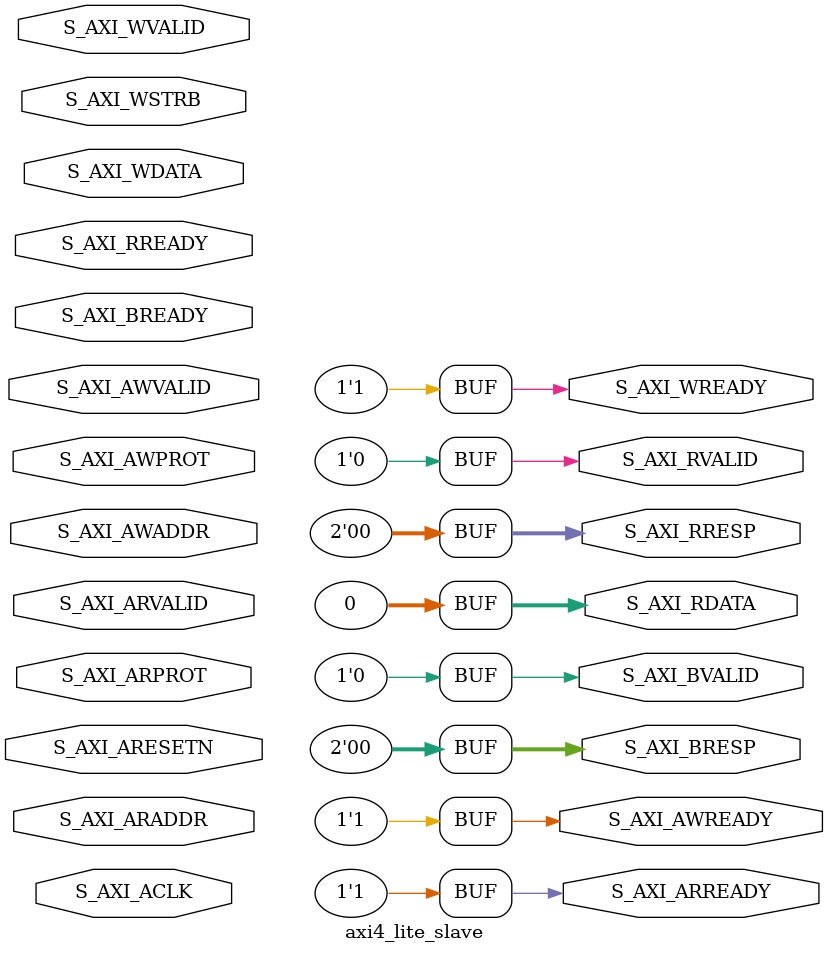
<source format=v>
module axi4_lite_slave #(
    parameter integer C_S_AXI_DATA_WIDTH = 32,
    parameter integer C_S_AXI_ADDR_WIDTH = 32
) (
    input  wire                         S_AXI_ACLK,
    input  wire                         S_AXI_ARESETN,
    
    input  wire [C_S_AXI_ADDR_WIDTH-1:0] S_AXI_AWADDR,
    input  wire [2:0]                   S_AXI_AWPROT,
    input  wire                         S_AXI_AWVALID,
    output wire                         S_AXI_AWREADY,
    
    input  wire [C_S_AXI_DATA_WIDTH-1:0] S_AXI_WDATA,
    input  wire [(C_S_AXI_DATA_WIDTH/8)-1:0] S_AXI_WSTRB,
    input  wire                         S_AXI_WVALID,
    output wire                         S_AXI_WREADY,
    
    output wire [1:0]                   S_AXI_BRESP,
    output wire                         S_AXI_BVALID,
    input  wire                         S_AXI_BREADY,
    
    input  wire [C_S_AXI_ADDR_WIDTH-1:0] S_AXI_ARADDR,
    input  wire [2:0]                   S_AXI_ARPROT,
    input  wire                         S_AXI_ARVALID,
    output wire                         S_AXI_ARREADY,
    
    output wire [C_S_AXI_DATA_WIDTH-1:0] S_AXI_RDATA,
    output wire [1:0]                   S_AXI_RRESP,
    output wire                         S_AXI_RVALID,
    input  wire                         S_AXI_RREADY
);

    // Stub: tie-offs for all outputs
    assign S_AXI_AWREADY = 1'b1;
    assign S_AXI_WREADY  = 1'b1;
    assign S_AXI_BRESP   = 2'b00;
    assign S_AXI_BVALID  = 1'b0;
    assign S_AXI_ARREADY = 1'b1;
    assign S_AXI_RDATA   = {C_S_AXI_DATA_WIDTH{1'b0}};
    assign S_AXI_RRESP   = 2'b00;
    assign S_AXI_RVALID  = 1'b0;

endmodule

</source>
